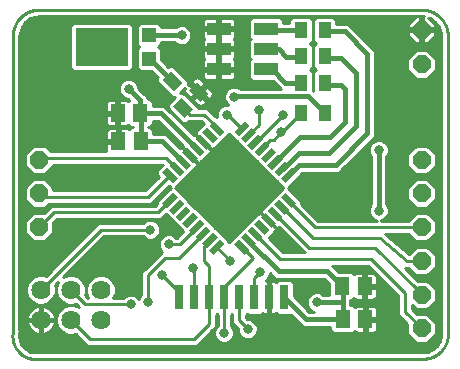
<source format=gtl>
G75*
%MOIN*%
%OFA0B0*%
%FSLAX25Y25*%
%IPPOS*%
%LPD*%
%AMOC8*
5,1,8,0,0,1.08239X$1,22.5*
%
%ADD10C,0.01000*%
%ADD11R,0.03937X0.05512*%
%ADD12R,0.05118X0.05906*%
%ADD13R,0.05000X0.02200*%
%ADD14R,0.02200X0.05000*%
%ADD15C,0.06400*%
%ADD16R,0.07874X0.04331*%
%ADD17R,0.02992X0.08071*%
%ADD18R,0.04331X0.05512*%
%ADD19R,0.04724X0.04724*%
%ADD20R,0.17717X0.12598*%
%ADD21OC8,0.06000*%
%ADD22C,0.03200*%
%ADD23C,0.01600*%
D10*
X0007860Y0046945D02*
X0139110Y0046945D01*
X0138976Y0049144D02*
X0008107Y0049144D01*
X0007403Y0049323D01*
X0005892Y0050117D01*
X0004701Y0051340D01*
X0003946Y0052870D01*
X0003700Y0054559D01*
X0003721Y0054783D01*
X0003810Y0054872D01*
X0003810Y0055596D01*
X0003933Y0056309D01*
X0003810Y0056482D01*
X0003810Y0154533D01*
X0003891Y0155558D01*
X0004524Y0157507D01*
X0005729Y0159165D01*
X0007387Y0160369D01*
X0009336Y0161002D01*
X0010360Y0161083D01*
X0137860Y0161083D01*
X0138597Y0161025D01*
X0138360Y0161025D01*
X0138360Y0157025D01*
X0137360Y0157025D01*
X0137360Y0156025D01*
X0133360Y0156025D01*
X0133360Y0154661D01*
X0135996Y0152025D01*
X0137360Y0152025D01*
X0137360Y0156025D01*
X0138360Y0156025D01*
X0138360Y0152025D01*
X0139724Y0152025D01*
X0142360Y0154661D01*
X0142360Y0156025D01*
X0138360Y0156025D01*
X0138360Y0157025D01*
X0142360Y0157025D01*
X0142360Y0158389D01*
X0140162Y0160588D01*
X0140834Y0160369D01*
X0142492Y0159165D01*
X0143696Y0157507D01*
X0144330Y0155558D01*
X0144410Y0154533D01*
X0144410Y0056591D01*
X0144343Y0056512D01*
X0144410Y0055693D01*
X0144410Y0054872D01*
X0144420Y0054862D01*
X0144421Y0054662D01*
X0143988Y0052837D01*
X0143013Y0051234D01*
X0141591Y0050011D01*
X0139859Y0049287D01*
X0138976Y0049144D01*
X0141679Y0050087D02*
X0005951Y0050087D01*
X0004949Y0051085D02*
X0142840Y0051085D01*
X0143530Y0052084D02*
X0063733Y0052084D01*
X0062928Y0051278D02*
X0067994Y0056345D01*
X0069283Y0057634D01*
X0069283Y0061656D01*
X0069283Y0061656D01*
X0069583Y0061956D01*
X0069883Y0061656D01*
X0069883Y0058008D01*
X0069228Y0057354D01*
X0068726Y0056141D01*
X0068726Y0054828D01*
X0069228Y0053615D01*
X0070156Y0052687D01*
X0071369Y0052184D01*
X0072682Y0052184D01*
X0073895Y0052687D01*
X0074823Y0053615D01*
X0075326Y0054828D01*
X0075326Y0056141D01*
X0074823Y0057354D01*
X0074283Y0057894D01*
X0074283Y0061656D01*
X0074283Y0061656D01*
X0074583Y0061956D01*
X0074809Y0061731D01*
X0074809Y0058795D01*
X0076580Y0057023D01*
X0076580Y0056094D01*
X0077082Y0054881D01*
X0078011Y0053953D01*
X0079224Y0053451D01*
X0080536Y0053451D01*
X0081749Y0053953D01*
X0082678Y0054881D01*
X0083180Y0056094D01*
X0083180Y0057407D01*
X0082678Y0058620D01*
X0081749Y0059548D01*
X0080536Y0060051D01*
X0079775Y0060051D01*
X0079209Y0060617D01*
X0079209Y0061656D01*
X0079283Y0061656D01*
X0079583Y0061956D01*
X0079883Y0061656D01*
X0084283Y0061656D01*
X0084740Y0062113D01*
X0085008Y0061959D01*
X0085390Y0061856D01*
X0086835Y0061856D01*
X0086835Y0067144D01*
X0087331Y0067144D01*
X0087331Y0061856D01*
X0088777Y0061856D01*
X0089158Y0061959D01*
X0089426Y0062113D01*
X0089883Y0061656D01*
X0094283Y0061656D01*
X0097283Y0058657D01*
X0097986Y0057953D01*
X0098905Y0057573D01*
X0107354Y0057573D01*
X0107354Y0056416D01*
X0108350Y0055420D01*
X0114876Y0055420D01*
X0115495Y0056038D01*
X0115613Y0055920D01*
X0115956Y0055722D01*
X0116337Y0055620D01*
X0118594Y0055620D01*
X0118594Y0059573D01*
X0119594Y0059573D01*
X0119594Y0060573D01*
X0123153Y0060573D01*
X0123153Y0063223D01*
X0123050Y0063605D01*
X0122853Y0063947D01*
X0122574Y0064226D01*
X0122232Y0064423D01*
X0121850Y0064526D01*
X0119594Y0064526D01*
X0119594Y0060573D01*
X0118594Y0060573D01*
X0118594Y0064526D01*
X0116337Y0064526D01*
X0115956Y0064423D01*
X0115613Y0064226D01*
X0115495Y0064107D01*
X0114876Y0064726D01*
X0114113Y0064726D01*
X0114113Y0066412D01*
X0114688Y0066412D01*
X0115306Y0067031D01*
X0115425Y0066912D01*
X0115767Y0066714D01*
X0116149Y0066612D01*
X0118405Y0066612D01*
X0118405Y0070565D01*
X0119405Y0070565D01*
X0119405Y0066612D01*
X0121662Y0066612D01*
X0122043Y0066714D01*
X0122385Y0066912D01*
X0122665Y0067191D01*
X0122862Y0067533D01*
X0122964Y0067915D01*
X0122964Y0070565D01*
X0119405Y0070565D01*
X0119405Y0071565D01*
X0118405Y0071565D01*
X0118405Y0075518D01*
X0116149Y0075518D01*
X0115767Y0075416D01*
X0115425Y0075218D01*
X0115306Y0075099D01*
X0114688Y0075718D01*
X0110308Y0075718D01*
X0108588Y0077438D01*
X0108078Y0077948D01*
X0120084Y0077948D01*
X0130173Y0067859D01*
X0130173Y0061609D01*
X0133160Y0058622D01*
X0133160Y0055086D01*
X0135913Y0052333D01*
X0139807Y0052333D01*
X0142560Y0055086D01*
X0142560Y0058980D01*
X0139807Y0061733D01*
X0136271Y0061733D01*
X0134573Y0063432D01*
X0134573Y0064924D01*
X0135913Y0063583D01*
X0139807Y0063583D01*
X0142560Y0066336D01*
X0142560Y0070230D01*
X0139807Y0072983D01*
X0136602Y0072983D01*
X0132302Y0077284D01*
X0132945Y0077333D01*
X0133413Y0077333D01*
X0135913Y0074833D01*
X0139807Y0074833D01*
X0142560Y0077586D01*
X0142560Y0081480D01*
X0139807Y0084233D01*
X0135913Y0084233D01*
X0133534Y0081853D01*
X0125682Y0088583D01*
X0133413Y0088583D01*
X0135913Y0086083D01*
X0139807Y0086083D01*
X0142560Y0088836D01*
X0142560Y0092730D01*
X0139807Y0095483D01*
X0135913Y0095483D01*
X0133413Y0092983D01*
X0124325Y0092983D01*
X0125493Y0093467D01*
X0126421Y0094395D01*
X0126923Y0095608D01*
X0126923Y0096921D01*
X0126421Y0098134D01*
X0126123Y0098431D01*
X0126123Y0114342D01*
X0126421Y0114639D01*
X0126923Y0115852D01*
X0126923Y0117165D01*
X0126421Y0118378D01*
X0125493Y0119306D01*
X0124280Y0119809D01*
X0122967Y0119809D01*
X0121754Y0119306D01*
X0120826Y0118378D01*
X0120323Y0117165D01*
X0120323Y0115852D01*
X0120826Y0114639D01*
X0121123Y0114342D01*
X0121123Y0098431D01*
X0120826Y0098134D01*
X0120323Y0096921D01*
X0120323Y0095608D01*
X0120826Y0094395D01*
X0121754Y0093467D01*
X0122922Y0092983D01*
X0103361Y0092983D01*
X0097751Y0098594D01*
X0097751Y0099442D01*
X0093310Y0103883D01*
X0097751Y0108324D01*
X0097751Y0108803D01*
X0097880Y0108932D01*
X0109700Y0108932D01*
X0110618Y0109313D01*
X0111322Y0110016D01*
X0121946Y0120640D01*
X0122326Y0121559D01*
X0122326Y0149029D01*
X0121946Y0149948D01*
X0121242Y0150651D01*
X0113756Y0158138D01*
X0112837Y0158518D01*
X0109438Y0158518D01*
X0109438Y0159893D01*
X0108442Y0160888D01*
X0102703Y0160888D01*
X0101707Y0159893D01*
X0101707Y0152972D01*
X0102622Y0152058D01*
X0101707Y0151143D01*
X0101707Y0144222D01*
X0102622Y0143308D01*
X0101707Y0142393D01*
X0101707Y0136179D01*
X0101564Y0136322D01*
X0101564Y0142393D01*
X0100649Y0143308D01*
X0101564Y0144222D01*
X0101564Y0151143D01*
X0100649Y0152058D01*
X0101564Y0152972D01*
X0101564Y0159893D01*
X0100568Y0160888D01*
X0094829Y0160888D01*
X0093833Y0159893D01*
X0093833Y0158933D01*
X0091721Y0158933D01*
X0091721Y0159745D01*
X0090725Y0160741D01*
X0081443Y0160741D01*
X0080447Y0159745D01*
X0080447Y0154006D01*
X0080924Y0153530D01*
X0080447Y0153053D01*
X0080447Y0147314D01*
X0080924Y0146837D01*
X0080447Y0146360D01*
X0080447Y0140621D01*
X0081443Y0139625D01*
X0088282Y0139625D01*
X0090373Y0137534D01*
X0091011Y0136895D01*
X0077405Y0136895D01*
X0077220Y0137080D01*
X0076007Y0137583D01*
X0074694Y0137583D01*
X0073481Y0137080D01*
X0072553Y0136152D01*
X0072050Y0134939D01*
X0072050Y0133626D01*
X0072553Y0132413D01*
X0073383Y0131583D01*
X0072204Y0131583D01*
X0070991Y0131081D01*
X0070063Y0130152D01*
X0069560Y0128939D01*
X0069560Y0127633D01*
X0069319Y0127874D01*
X0068881Y0127874D01*
X0066271Y0130483D01*
X0063362Y0130483D01*
X0063362Y0130753D01*
X0058469Y0135646D01*
X0057415Y0135646D01*
X0058973Y0137204D01*
X0058872Y0137031D01*
X0058770Y0136649D01*
X0058770Y0136254D01*
X0058872Y0135873D01*
X0059070Y0135531D01*
X0060816Y0133785D01*
X0062926Y0135895D01*
X0063611Y0135210D01*
X0064296Y0135895D01*
X0066963Y0133228D01*
X0068152Y0134417D01*
X0068349Y0134759D01*
X0068452Y0135141D01*
X0068452Y0135536D01*
X0068349Y0135917D01*
X0068152Y0136259D01*
X0066406Y0138005D01*
X0064296Y0135895D01*
X0063611Y0136580D01*
X0065721Y0138690D01*
X0063975Y0140436D01*
X0063633Y0140634D01*
X0063252Y0140736D01*
X0062857Y0140736D01*
X0062475Y0140634D01*
X0062133Y0140436D01*
X0060944Y0139247D01*
X0063611Y0136580D01*
X0062926Y0135895D01*
X0060259Y0138562D01*
X0059882Y0138185D01*
X0059882Y0139522D01*
X0054989Y0144416D01*
X0053581Y0144416D01*
X0053459Y0144294D01*
X0051047Y0146705D01*
X0051047Y0150056D01*
X0050177Y0150926D01*
X0051047Y0151797D01*
X0051047Y0152363D01*
X0055613Y0152363D01*
X0055991Y0151985D01*
X0057204Y0151483D01*
X0058517Y0151483D01*
X0059730Y0151985D01*
X0060658Y0152914D01*
X0061160Y0154127D01*
X0061160Y0155439D01*
X0060658Y0156652D01*
X0059730Y0157581D01*
X0058517Y0158083D01*
X0057204Y0158083D01*
X0055991Y0157581D01*
X0055774Y0157363D01*
X0051047Y0157363D01*
X0051047Y0157930D01*
X0050052Y0158925D01*
X0043919Y0158925D01*
X0042923Y0157930D01*
X0042923Y0151797D01*
X0043794Y0150926D01*
X0042923Y0150056D01*
X0042923Y0143923D01*
X0043919Y0142927D01*
X0047754Y0142927D01*
X0049923Y0140758D01*
X0049801Y0140636D01*
X0049801Y0139228D01*
X0054694Y0134334D01*
X0055748Y0134334D01*
X0053281Y0131867D01*
X0053281Y0130458D01*
X0058174Y0125565D01*
X0059582Y0125565D01*
X0060100Y0126083D01*
X0064449Y0126083D01*
X0065285Y0125247D01*
X0063132Y0123095D01*
X0063132Y0122812D01*
X0062358Y0122038D01*
X0065151Y0119245D01*
X0065080Y0119174D01*
X0062287Y0121967D01*
X0061863Y0121543D01*
X0053159Y0130247D01*
X0052455Y0130950D01*
X0051537Y0131331D01*
X0048330Y0131331D01*
X0048330Y0132488D01*
X0047334Y0133484D01*
X0046571Y0133484D01*
X0046571Y0133541D01*
X0046191Y0134460D01*
X0045487Y0135163D01*
X0043498Y0137152D01*
X0043498Y0137573D01*
X0042996Y0138786D01*
X0042068Y0139714D01*
X0040855Y0140217D01*
X0039542Y0140217D01*
X0038329Y0139714D01*
X0037401Y0138786D01*
X0036898Y0137573D01*
X0036898Y0136260D01*
X0037401Y0135048D01*
X0038329Y0134119D01*
X0039542Y0133617D01*
X0039963Y0133617D01*
X0040452Y0133128D01*
X0040190Y0132865D01*
X0040071Y0132984D01*
X0039729Y0133182D01*
X0039347Y0133284D01*
X0037091Y0133284D01*
X0037091Y0129331D01*
X0036091Y0129331D01*
X0036091Y0133284D01*
X0033834Y0133284D01*
X0033453Y0133182D01*
X0033111Y0132984D01*
X0032832Y0132705D01*
X0032634Y0132363D01*
X0032532Y0131981D01*
X0032532Y0129331D01*
X0036091Y0129331D01*
X0036091Y0128331D01*
X0037091Y0128331D01*
X0037091Y0124378D01*
X0039347Y0124378D01*
X0039729Y0124481D01*
X0040071Y0124678D01*
X0040190Y0124797D01*
X0040808Y0124178D01*
X0041726Y0124178D01*
X0041726Y0124114D01*
X0040963Y0124114D01*
X0040345Y0123496D01*
X0040226Y0123614D01*
X0039884Y0123812D01*
X0039502Y0123914D01*
X0037246Y0123914D01*
X0037246Y0119961D01*
X0036246Y0119961D01*
X0036246Y0118961D01*
X0032687Y0118961D01*
X0032687Y0116311D01*
X0032762Y0116029D01*
X0014261Y0116029D01*
X0012307Y0117983D01*
X0008413Y0117983D01*
X0005660Y0115230D01*
X0005660Y0111336D01*
X0008413Y0108583D01*
X0012307Y0108583D01*
X0015060Y0111336D01*
X0015060Y0111629D01*
X0051667Y0111629D01*
X0049770Y0109732D01*
X0049770Y0108324D01*
X0050436Y0107658D01*
X0045792Y0103014D01*
X0015060Y0103014D01*
X0015060Y0103980D01*
X0012307Y0106733D01*
X0008413Y0106733D01*
X0005660Y0103980D01*
X0005660Y0100086D01*
X0008413Y0097333D01*
X0012307Y0097333D01*
X0013588Y0098614D01*
X0047614Y0098614D01*
X0053547Y0104546D01*
X0054211Y0103883D01*
X0049770Y0099442D01*
X0049770Y0098594D01*
X0049159Y0097983D01*
X0014449Y0097983D01*
X0011949Y0095483D01*
X0008413Y0095483D01*
X0005660Y0092730D01*
X0005660Y0088836D01*
X0008413Y0086083D01*
X0012307Y0086083D01*
X0015060Y0088836D01*
X0015060Y0092372D01*
X0016271Y0093583D01*
X0050982Y0093583D01*
X0052270Y0094872D01*
X0052601Y0095202D01*
X0054224Y0093580D01*
X0056451Y0091352D01*
X0058398Y0089405D01*
X0056306Y0087313D01*
X0055996Y0087313D01*
X0055399Y0087910D01*
X0054186Y0088413D01*
X0052873Y0088413D01*
X0051660Y0087910D01*
X0050732Y0086982D01*
X0050229Y0085769D01*
X0050229Y0084456D01*
X0050732Y0083244D01*
X0051403Y0082572D01*
X0051292Y0082572D01*
X0050003Y0081283D01*
X0045699Y0076979D01*
X0044410Y0075690D01*
X0044410Y0068257D01*
X0043892Y0067739D01*
X0043576Y0066977D01*
X0042731Y0067823D01*
X0041518Y0068325D01*
X0040206Y0068325D01*
X0038993Y0067823D01*
X0038395Y0067225D01*
X0035163Y0067225D01*
X0035860Y0068908D01*
X0035860Y0070858D01*
X0035114Y0072659D01*
X0033736Y0074037D01*
X0031935Y0074783D01*
X0029986Y0074783D01*
X0028185Y0074037D01*
X0026806Y0072659D01*
X0026060Y0070858D01*
X0026060Y0068908D01*
X0026758Y0067225D01*
X0026730Y0067225D01*
X0025622Y0068333D01*
X0025860Y0068908D01*
X0025860Y0070858D01*
X0025114Y0072659D01*
X0023736Y0074037D01*
X0021935Y0074783D01*
X0019986Y0074783D01*
X0018254Y0074066D01*
X0031935Y0087746D01*
X0045010Y0087746D01*
X0045607Y0087149D01*
X0046820Y0086646D01*
X0048133Y0086646D01*
X0049346Y0087149D01*
X0050274Y0088077D01*
X0050776Y0089290D01*
X0050776Y0090603D01*
X0050274Y0091816D01*
X0049346Y0092744D01*
X0048133Y0093246D01*
X0046820Y0093246D01*
X0045607Y0092744D01*
X0045010Y0092146D01*
X0030112Y0092146D01*
X0028823Y0090858D01*
X0012511Y0074545D01*
X0011935Y0074783D01*
X0009986Y0074783D01*
X0008185Y0074037D01*
X0006806Y0072659D01*
X0006060Y0070858D01*
X0006060Y0068908D01*
X0006806Y0067107D01*
X0008185Y0065729D01*
X0009986Y0064983D01*
X0011935Y0064983D01*
X0013736Y0065729D01*
X0015114Y0067107D01*
X0015860Y0068908D01*
X0015860Y0070858D01*
X0015622Y0071433D01*
X0016777Y0072589D01*
X0016060Y0070858D01*
X0016060Y0068908D01*
X0016806Y0067107D01*
X0018185Y0065729D01*
X0019986Y0064983D01*
X0021935Y0064983D01*
X0022511Y0065222D01*
X0023618Y0064114D01*
X0023666Y0064066D01*
X0021935Y0064783D01*
X0019986Y0064783D01*
X0018185Y0064037D01*
X0016806Y0062659D01*
X0016060Y0060858D01*
X0016060Y0058908D01*
X0016806Y0057107D01*
X0018185Y0055729D01*
X0019986Y0054983D01*
X0021935Y0054983D01*
X0022511Y0055222D01*
X0025165Y0052567D01*
X0026454Y0051278D01*
X0062928Y0051278D01*
X0062017Y0053478D02*
X0067083Y0058545D01*
X0067083Y0067392D01*
X0067083Y0077810D01*
X0065360Y0079533D01*
X0065360Y0084348D01*
X0067378Y0086365D01*
X0069605Y0084138D02*
X0074110Y0079633D01*
X0074110Y0079533D01*
X0077915Y0084138D02*
X0081599Y0080454D01*
X0081599Y0080413D01*
X0072083Y0070897D01*
X0072083Y0067392D01*
X0072083Y0055542D01*
X0072026Y0055484D01*
X0074291Y0053082D02*
X0135164Y0053082D01*
X0134166Y0054081D02*
X0081877Y0054081D01*
X0082760Y0055079D02*
X0133167Y0055079D01*
X0133160Y0056078D02*
X0122731Y0056078D01*
X0122853Y0056199D02*
X0123050Y0056541D01*
X0123153Y0056923D01*
X0123153Y0059573D01*
X0119594Y0059573D01*
X0119594Y0055620D01*
X0121850Y0055620D01*
X0122232Y0055722D01*
X0122574Y0055920D01*
X0122853Y0056199D01*
X0123153Y0057076D02*
X0133160Y0057076D01*
X0133160Y0058075D02*
X0123153Y0058075D01*
X0123153Y0059073D02*
X0132709Y0059073D01*
X0131710Y0060072D02*
X0119594Y0060072D01*
X0119594Y0061070D02*
X0118594Y0061070D01*
X0118594Y0062069D02*
X0119594Y0062069D01*
X0119594Y0063067D02*
X0118594Y0063067D01*
X0118594Y0064066D02*
X0119594Y0064066D01*
X0119405Y0067061D02*
X0118405Y0067061D01*
X0118405Y0068060D02*
X0119405Y0068060D01*
X0119405Y0069058D02*
X0118405Y0069058D01*
X0118405Y0070057D02*
X0119405Y0070057D01*
X0119405Y0071055D02*
X0126977Y0071055D01*
X0127975Y0070057D02*
X0122964Y0070057D01*
X0122964Y0069058D02*
X0128974Y0069058D01*
X0129972Y0068060D02*
X0122964Y0068060D01*
X0122535Y0067061D02*
X0130173Y0067061D01*
X0130173Y0066063D02*
X0114113Y0066063D01*
X0114113Y0065064D02*
X0130173Y0065064D01*
X0130173Y0064066D02*
X0122734Y0064066D01*
X0123153Y0063067D02*
X0130173Y0063067D01*
X0130173Y0062069D02*
X0123153Y0062069D01*
X0123153Y0061070D02*
X0130712Y0061070D01*
X0132373Y0062520D02*
X0137860Y0057033D01*
X0146611Y0055783D02*
X0146624Y0055586D01*
X0146633Y0055388D01*
X0146638Y0055190D01*
X0146637Y0054992D01*
X0146632Y0054794D01*
X0146622Y0054596D01*
X0146607Y0054398D01*
X0146587Y0054201D01*
X0146563Y0054005D01*
X0146533Y0053809D01*
X0146500Y0053614D01*
X0146461Y0053419D01*
X0146418Y0053226D01*
X0146370Y0053034D01*
X0146317Y0052843D01*
X0146260Y0052653D01*
X0146198Y0052465D01*
X0146132Y0052278D01*
X0146061Y0052093D01*
X0145986Y0051910D01*
X0145906Y0051729D01*
X0145822Y0051549D01*
X0145734Y0051372D01*
X0145641Y0051197D01*
X0145545Y0051024D01*
X0145444Y0050853D01*
X0145339Y0050686D01*
X0145230Y0050520D01*
X0145117Y0050357D01*
X0145000Y0050198D01*
X0144879Y0050040D01*
X0144755Y0049886D01*
X0144627Y0049735D01*
X0144495Y0049587D01*
X0144359Y0049443D01*
X0144221Y0049301D01*
X0144079Y0049163D01*
X0143933Y0049029D01*
X0143784Y0048898D01*
X0143633Y0048771D01*
X0143478Y0048647D01*
X0143320Y0048527D01*
X0143160Y0048411D01*
X0142996Y0048299D01*
X0142830Y0048191D01*
X0142662Y0048087D01*
X0142491Y0047987D01*
X0142317Y0047891D01*
X0142142Y0047800D01*
X0141964Y0047713D01*
X0141784Y0047630D01*
X0141602Y0047551D01*
X0141418Y0047477D01*
X0141233Y0047407D01*
X0141046Y0047342D01*
X0140857Y0047281D01*
X0140667Y0047225D01*
X0140476Y0047174D01*
X0140284Y0047127D01*
X0140090Y0047085D01*
X0139896Y0047047D01*
X0139700Y0047014D01*
X0139504Y0046986D01*
X0139308Y0046963D01*
X0139110Y0046944D01*
X0140556Y0053082D02*
X0144047Y0053082D01*
X0144283Y0054081D02*
X0141555Y0054081D01*
X0142553Y0055079D02*
X0144410Y0055079D01*
X0144379Y0056078D02*
X0142560Y0056078D01*
X0142560Y0057076D02*
X0144410Y0057076D01*
X0144410Y0058075D02*
X0142560Y0058075D01*
X0142467Y0059073D02*
X0144410Y0059073D01*
X0144410Y0060072D02*
X0141468Y0060072D01*
X0140470Y0061070D02*
X0144410Y0061070D01*
X0144410Y0062069D02*
X0135936Y0062069D01*
X0134937Y0063067D02*
X0144410Y0063067D01*
X0144410Y0064066D02*
X0140290Y0064066D01*
X0141288Y0065064D02*
X0144410Y0065064D01*
X0144410Y0066063D02*
X0142287Y0066063D01*
X0142560Y0067061D02*
X0144410Y0067061D01*
X0144410Y0068060D02*
X0142560Y0068060D01*
X0142560Y0069058D02*
X0144410Y0069058D01*
X0144410Y0070057D02*
X0142560Y0070057D01*
X0141735Y0071055D02*
X0144410Y0071055D01*
X0144410Y0072054D02*
X0140736Y0072054D01*
X0140023Y0075049D02*
X0144410Y0075049D01*
X0144410Y0074051D02*
X0135534Y0074051D01*
X0135697Y0075049D02*
X0134536Y0075049D01*
X0134699Y0076048D02*
X0133537Y0076048D01*
X0133700Y0077046D02*
X0132539Y0077046D01*
X0132860Y0079533D02*
X0137860Y0079533D01*
X0141022Y0076048D02*
X0144410Y0076048D01*
X0144410Y0077046D02*
X0142020Y0077046D01*
X0142560Y0078045D02*
X0144410Y0078045D01*
X0144410Y0079043D02*
X0142560Y0079043D01*
X0142560Y0080042D02*
X0144410Y0080042D01*
X0144410Y0081040D02*
X0142560Y0081040D01*
X0142001Y0082039D02*
X0144410Y0082039D01*
X0144410Y0083037D02*
X0141003Y0083037D01*
X0140004Y0084036D02*
X0144410Y0084036D01*
X0144410Y0085034D02*
X0129822Y0085034D01*
X0128657Y0086033D02*
X0144410Y0086033D01*
X0144410Y0087031D02*
X0140755Y0087031D01*
X0141754Y0088030D02*
X0144410Y0088030D01*
X0144410Y0089029D02*
X0142560Y0089029D01*
X0142560Y0090027D02*
X0144410Y0090027D01*
X0144410Y0091026D02*
X0142560Y0091026D01*
X0142560Y0092024D02*
X0144410Y0092024D01*
X0144410Y0093023D02*
X0142268Y0093023D01*
X0141269Y0094021D02*
X0144410Y0094021D01*
X0144410Y0095020D02*
X0140270Y0095020D01*
X0139807Y0097333D02*
X0142560Y0100086D01*
X0142560Y0103980D01*
X0139807Y0106733D01*
X0135913Y0106733D01*
X0133160Y0103980D01*
X0133160Y0100086D01*
X0135913Y0097333D01*
X0139807Y0097333D01*
X0140489Y0098015D02*
X0144410Y0098015D01*
X0144410Y0097017D02*
X0126884Y0097017D01*
X0126923Y0096018D02*
X0144410Y0096018D01*
X0144410Y0099014D02*
X0141488Y0099014D01*
X0142486Y0100012D02*
X0144410Y0100012D01*
X0144410Y0101011D02*
X0142560Y0101011D01*
X0142560Y0102009D02*
X0144410Y0102009D01*
X0144410Y0103008D02*
X0142560Y0103008D01*
X0142534Y0104006D02*
X0144410Y0104006D01*
X0144410Y0105005D02*
X0141535Y0105005D01*
X0140537Y0106003D02*
X0144410Y0106003D01*
X0144410Y0107002D02*
X0126123Y0107002D01*
X0126123Y0108000D02*
X0144410Y0108000D01*
X0144410Y0108999D02*
X0140223Y0108999D01*
X0139807Y0108583D02*
X0142560Y0111336D01*
X0142560Y0115230D01*
X0139807Y0117983D01*
X0135913Y0117983D01*
X0133160Y0115230D01*
X0133160Y0111336D01*
X0135913Y0108583D01*
X0139807Y0108583D01*
X0141221Y0109997D02*
X0144410Y0109997D01*
X0144410Y0110996D02*
X0142220Y0110996D01*
X0142560Y0111994D02*
X0144410Y0111994D01*
X0144410Y0112993D02*
X0142560Y0112993D01*
X0142560Y0113991D02*
X0144410Y0113991D01*
X0144410Y0114990D02*
X0142560Y0114990D01*
X0141802Y0115988D02*
X0144410Y0115988D01*
X0144410Y0116987D02*
X0140803Y0116987D01*
X0144410Y0117985D02*
X0126584Y0117985D01*
X0126923Y0116987D02*
X0134917Y0116987D01*
X0133919Y0115988D02*
X0126923Y0115988D01*
X0126566Y0114990D02*
X0133160Y0114990D01*
X0133160Y0113991D02*
X0126123Y0113991D01*
X0126123Y0112993D02*
X0133160Y0112993D01*
X0133160Y0111994D02*
X0126123Y0111994D01*
X0126123Y0110996D02*
X0133501Y0110996D01*
X0134499Y0109997D02*
X0126123Y0109997D01*
X0126123Y0108999D02*
X0135498Y0108999D01*
X0135184Y0106003D02*
X0126123Y0106003D01*
X0126123Y0105005D02*
X0134185Y0105005D01*
X0133187Y0104006D02*
X0126123Y0104006D01*
X0126123Y0103008D02*
X0133160Y0103008D01*
X0133160Y0102009D02*
X0126123Y0102009D01*
X0126123Y0101011D02*
X0133160Y0101011D01*
X0133234Y0100012D02*
X0126123Y0100012D01*
X0126123Y0099014D02*
X0134233Y0099014D01*
X0135231Y0098015D02*
X0126470Y0098015D01*
X0126680Y0095020D02*
X0135450Y0095020D01*
X0134451Y0094021D02*
X0126047Y0094021D01*
X0124420Y0093023D02*
X0133453Y0093023D01*
X0137860Y0090783D02*
X0102450Y0090783D01*
X0093505Y0099728D01*
X0095184Y0102009D02*
X0121123Y0102009D01*
X0121123Y0101011D02*
X0096182Y0101011D01*
X0097181Y0100012D02*
X0121123Y0100012D01*
X0121123Y0099014D02*
X0097751Y0099014D01*
X0098329Y0098015D02*
X0120777Y0098015D01*
X0120363Y0097017D02*
X0099328Y0097017D01*
X0100326Y0096018D02*
X0120323Y0096018D01*
X0120567Y0095020D02*
X0101325Y0095020D01*
X0102323Y0094021D02*
X0121200Y0094021D01*
X0122826Y0093023D02*
X0103322Y0093023D01*
X0101746Y0087033D02*
X0124110Y0087033D01*
X0132860Y0079533D01*
X0133317Y0082039D02*
X0133719Y0082039D01*
X0134718Y0083037D02*
X0132152Y0083037D01*
X0130987Y0084036D02*
X0135716Y0084036D01*
X0134965Y0087031D02*
X0127493Y0087031D01*
X0126328Y0088030D02*
X0133966Y0088030D01*
X0122483Y0083991D02*
X0136264Y0070210D01*
X0137860Y0068283D01*
X0135431Y0064066D02*
X0134573Y0064066D01*
X0132373Y0062520D02*
X0132373Y0068770D01*
X0120996Y0080148D01*
X0090814Y0080148D01*
X0082370Y0088592D01*
X0080143Y0086365D02*
X0080143Y0086096D01*
X0076866Y0089029D02*
X0070654Y0089029D01*
X0071299Y0088384D02*
X0069072Y0090611D01*
X0066845Y0092838D01*
X0064618Y0095065D01*
X0062391Y0097292D01*
X0060164Y0099519D01*
X0057936Y0101746D01*
X0055800Y0103883D01*
X0058261Y0106344D01*
X0060488Y0108571D01*
X0062715Y0110798D01*
X0062715Y0111081D01*
X0063490Y0111856D01*
X0060697Y0114649D01*
X0060767Y0114720D01*
X0063560Y0111927D01*
X0064335Y0112701D01*
X0064618Y0112701D01*
X0067169Y0115253D01*
X0067169Y0115535D01*
X0067944Y0116310D01*
X0065151Y0119103D01*
X0065222Y0119174D01*
X0068015Y0116381D01*
X0068789Y0117155D01*
X0069072Y0117155D01*
X0071623Y0119707D01*
X0073760Y0121844D01*
X0076221Y0119382D01*
X0078124Y0117480D01*
X0078124Y0117480D01*
X0080676Y0114928D01*
X0082903Y0112701D01*
X0085130Y0110474D01*
X0087357Y0108247D01*
X0089584Y0106020D01*
X0091721Y0103883D01*
X0089260Y0101422D01*
X0087033Y0099195D01*
X0084805Y0096968D01*
X0084805Y0096685D01*
X0084031Y0095910D01*
X0086824Y0093117D01*
X0086753Y0093047D01*
X0083960Y0095840D01*
X0083185Y0095065D01*
X0082903Y0095065D01*
X0080351Y0092514D01*
X0078124Y0090286D01*
X0075897Y0088059D01*
X0073760Y0085923D01*
X0071299Y0088384D01*
X0071653Y0088030D02*
X0075868Y0088030D01*
X0074869Y0087031D02*
X0072651Y0087031D01*
X0073650Y0086033D02*
X0073871Y0086033D01*
X0069605Y0084138D02*
X0069460Y0083993D01*
X0065151Y0088592D02*
X0056930Y0080372D01*
X0052203Y0080372D01*
X0046610Y0074779D01*
X0046610Y0065948D01*
X0046689Y0065869D01*
X0043611Y0067061D02*
X0043493Y0067061D01*
X0044213Y0068060D02*
X0042159Y0068060D01*
X0044410Y0069058D02*
X0035860Y0069058D01*
X0035860Y0070057D02*
X0044410Y0070057D01*
X0044410Y0071055D02*
X0035778Y0071055D01*
X0035365Y0072054D02*
X0044410Y0072054D01*
X0044410Y0073052D02*
X0034721Y0073052D01*
X0033703Y0074051D02*
X0044410Y0074051D01*
X0044410Y0075049D02*
X0019238Y0075049D01*
X0020236Y0076048D02*
X0044768Y0076048D01*
X0045699Y0076979D02*
X0045699Y0076979D01*
X0045767Y0077046D02*
X0021235Y0077046D01*
X0022233Y0078045D02*
X0046765Y0078045D01*
X0047764Y0079043D02*
X0023232Y0079043D01*
X0024230Y0080042D02*
X0048762Y0080042D01*
X0049761Y0081040D02*
X0025229Y0081040D01*
X0026227Y0082039D02*
X0050759Y0082039D01*
X0050938Y0083037D02*
X0027226Y0083037D01*
X0028224Y0084036D02*
X0050404Y0084036D01*
X0050229Y0085034D02*
X0029223Y0085034D01*
X0030221Y0086033D02*
X0050339Y0086033D01*
X0050781Y0087031D02*
X0049063Y0087031D01*
X0050227Y0088030D02*
X0051949Y0088030D01*
X0050668Y0089029D02*
X0058022Y0089029D01*
X0057776Y0090027D02*
X0050776Y0090027D01*
X0050601Y0091026D02*
X0056778Y0091026D01*
X0055779Y0092024D02*
X0050066Y0092024D01*
X0048673Y0093023D02*
X0054781Y0093023D01*
X0053782Y0094021D02*
X0051420Y0094021D01*
X0052418Y0095020D02*
X0052784Y0095020D01*
X0050070Y0095783D02*
X0015360Y0095783D01*
X0010360Y0090783D01*
X0006951Y0094021D02*
X0003810Y0094021D01*
X0003810Y0093023D02*
X0005953Y0093023D01*
X0005660Y0092024D02*
X0003810Y0092024D01*
X0003810Y0091026D02*
X0005660Y0091026D01*
X0005660Y0090027D02*
X0003810Y0090027D01*
X0003810Y0089029D02*
X0005660Y0089029D01*
X0006466Y0088030D02*
X0003810Y0088030D01*
X0003810Y0087031D02*
X0007465Y0087031D01*
X0003810Y0086033D02*
X0023999Y0086033D01*
X0024997Y0087031D02*
X0013255Y0087031D01*
X0014254Y0088030D02*
X0025996Y0088030D01*
X0026994Y0089029D02*
X0015060Y0089029D01*
X0015060Y0090027D02*
X0027993Y0090027D01*
X0028991Y0091026D02*
X0015060Y0091026D01*
X0015060Y0092024D02*
X0029990Y0092024D01*
X0031023Y0089946D02*
X0047476Y0089946D01*
X0046280Y0093023D02*
X0015711Y0093023D01*
X0012484Y0096018D02*
X0003810Y0096018D01*
X0003810Y0095020D02*
X0007950Y0095020D01*
X0007731Y0098015D02*
X0003810Y0098015D01*
X0003810Y0097017D02*
X0013482Y0097017D01*
X0012989Y0098015D02*
X0049191Y0098015D01*
X0049770Y0099014D02*
X0048014Y0099014D01*
X0049013Y0100012D02*
X0050340Y0100012D01*
X0050011Y0101011D02*
X0051338Y0101011D01*
X0051010Y0102009D02*
X0052337Y0102009D01*
X0052009Y0103008D02*
X0053335Y0103008D01*
X0053007Y0104006D02*
X0054088Y0104006D01*
X0055923Y0104006D02*
X0091598Y0104006D01*
X0090845Y0103008D02*
X0056675Y0103008D01*
X0057674Y0102009D02*
X0089847Y0102009D01*
X0088848Y0101011D02*
X0058672Y0101011D01*
X0059671Y0100012D02*
X0087850Y0100012D01*
X0086851Y0099014D02*
X0060669Y0099014D01*
X0061668Y0098015D02*
X0085853Y0098015D01*
X0084854Y0097017D02*
X0062666Y0097017D01*
X0063665Y0096018D02*
X0084139Y0096018D01*
X0084780Y0095020D02*
X0084922Y0095020D01*
X0085779Y0094021D02*
X0085920Y0094021D01*
X0086895Y0093046D02*
X0089688Y0090253D01*
X0090324Y0090890D01*
X0098134Y0083080D01*
X0098866Y0082348D01*
X0091725Y0082348D01*
X0086895Y0087178D01*
X0088842Y0089125D01*
X0088842Y0089408D01*
X0089617Y0090183D01*
X0086824Y0092976D01*
X0086895Y0093046D01*
X0086871Y0093023D02*
X0086919Y0093023D01*
X0087776Y0092024D02*
X0087917Y0092024D01*
X0088774Y0091026D02*
X0088916Y0091026D01*
X0089461Y0090027D02*
X0091186Y0090027D01*
X0092185Y0089029D02*
X0088746Y0089029D01*
X0087747Y0088030D02*
X0093183Y0088030D01*
X0094182Y0087031D02*
X0087042Y0087031D01*
X0088040Y0086033D02*
X0095180Y0086033D01*
X0096179Y0085034D02*
X0089039Y0085034D01*
X0090037Y0084036D02*
X0097177Y0084036D01*
X0098176Y0083037D02*
X0091036Y0083037D01*
X0087261Y0075442D02*
X0088800Y0073902D01*
X0089719Y0073522D01*
X0105433Y0073522D01*
X0107166Y0071788D01*
X0107166Y0068283D01*
X0105027Y0068283D01*
X0104730Y0068581D01*
X0103517Y0069083D01*
X0102204Y0069083D01*
X0100991Y0068581D01*
X0100063Y0067652D01*
X0099560Y0066439D01*
X0099560Y0065127D01*
X0100063Y0063914D01*
X0100991Y0062985D01*
X0101987Y0062573D01*
X0100437Y0062573D01*
X0095279Y0067731D01*
X0095279Y0072131D01*
X0094283Y0073127D01*
X0089883Y0073127D01*
X0089426Y0072670D01*
X0089158Y0072825D01*
X0088777Y0072927D01*
X0087331Y0072927D01*
X0087331Y0067640D01*
X0086835Y0067640D01*
X0086835Y0072927D01*
X0085864Y0072927D01*
X0086758Y0073821D01*
X0087261Y0075034D01*
X0087261Y0075442D01*
X0087261Y0075049D02*
X0087653Y0075049D01*
X0086853Y0074051D02*
X0088652Y0074051D01*
X0089808Y0073052D02*
X0085989Y0073052D01*
X0086835Y0072054D02*
X0087331Y0072054D01*
X0087331Y0071055D02*
X0086835Y0071055D01*
X0086835Y0070057D02*
X0087331Y0070057D01*
X0087331Y0069058D02*
X0086835Y0069058D01*
X0086835Y0068060D02*
X0087331Y0068060D01*
X0087331Y0067061D02*
X0086835Y0067061D01*
X0086835Y0066063D02*
X0087331Y0066063D01*
X0087331Y0065064D02*
X0086835Y0065064D01*
X0086835Y0064066D02*
X0087331Y0064066D01*
X0087331Y0063067D02*
X0086835Y0063067D01*
X0086835Y0062069D02*
X0087331Y0062069D01*
X0089349Y0062069D02*
X0089470Y0062069D01*
X0084817Y0062069D02*
X0084696Y0062069D01*
X0082224Y0059073D02*
X0096866Y0059073D01*
X0097865Y0058075D02*
X0082903Y0058075D01*
X0083180Y0057076D02*
X0107354Y0057076D01*
X0107693Y0056078D02*
X0083173Y0056078D01*
X0079880Y0056751D02*
X0079880Y0056834D01*
X0077009Y0059706D01*
X0077009Y0067317D01*
X0077083Y0067392D01*
X0082083Y0067392D02*
X0082083Y0073813D01*
X0083961Y0075691D01*
X0094358Y0073052D02*
X0105902Y0073052D01*
X0106901Y0072054D02*
X0095279Y0072054D01*
X0095279Y0071055D02*
X0107166Y0071055D01*
X0107166Y0070057D02*
X0095279Y0070057D01*
X0095279Y0069058D02*
X0102144Y0069058D01*
X0103576Y0069058D02*
X0107166Y0069058D01*
X0111425Y0071065D02*
X0111613Y0070877D01*
X0109978Y0076048D02*
X0121984Y0076048D01*
X0121662Y0075518D02*
X0119405Y0075518D01*
X0119405Y0071565D01*
X0122964Y0071565D01*
X0122964Y0074215D01*
X0122862Y0074597D01*
X0122665Y0074939D01*
X0122385Y0075218D01*
X0122043Y0075416D01*
X0121662Y0075518D01*
X0122554Y0075049D02*
X0122983Y0075049D01*
X0122964Y0074051D02*
X0123981Y0074051D01*
X0124980Y0073052D02*
X0122964Y0073052D01*
X0122964Y0072054D02*
X0125978Y0072054D01*
X0120986Y0077046D02*
X0108979Y0077046D01*
X0100334Y0083991D02*
X0122483Y0083991D01*
X0119405Y0075049D02*
X0118405Y0075049D01*
X0118405Y0074051D02*
X0119405Y0074051D01*
X0119405Y0073052D02*
X0118405Y0073052D01*
X0118405Y0072054D02*
X0119405Y0072054D01*
X0111503Y0060183D02*
X0111613Y0060073D01*
X0118594Y0059073D02*
X0119594Y0059073D01*
X0119594Y0058075D02*
X0118594Y0058075D01*
X0118594Y0057076D02*
X0119594Y0057076D01*
X0119594Y0056078D02*
X0118594Y0056078D01*
X0100909Y0063067D02*
X0099943Y0063067D01*
X0100000Y0064066D02*
X0098945Y0064066D01*
X0099586Y0065064D02*
X0097946Y0065064D01*
X0096948Y0066063D02*
X0099560Y0066063D01*
X0099818Y0067061D02*
X0095949Y0067061D01*
X0095279Y0068060D02*
X0100470Y0068060D01*
X0094869Y0061070D02*
X0079209Y0061070D01*
X0079754Y0060072D02*
X0095868Y0060072D01*
X0077883Y0054081D02*
X0075016Y0054081D01*
X0075326Y0055079D02*
X0077001Y0055079D01*
X0076587Y0056078D02*
X0075326Y0056078D01*
X0074938Y0057076D02*
X0076527Y0057076D01*
X0075528Y0058075D02*
X0074283Y0058075D01*
X0074283Y0059073D02*
X0074809Y0059073D01*
X0074809Y0060072D02*
X0074283Y0060072D01*
X0074283Y0061070D02*
X0074809Y0061070D01*
X0069883Y0061070D02*
X0069283Y0061070D01*
X0069883Y0061656D02*
X0069883Y0061656D01*
X0069883Y0060072D02*
X0069283Y0060072D01*
X0069283Y0059073D02*
X0069883Y0059073D01*
X0069883Y0058075D02*
X0069283Y0058075D01*
X0069113Y0057076D02*
X0068726Y0057076D01*
X0068726Y0056078D02*
X0067727Y0056078D01*
X0066729Y0055079D02*
X0068726Y0055079D01*
X0069035Y0054081D02*
X0065730Y0054081D01*
X0064732Y0053082D02*
X0069761Y0053082D01*
X0062017Y0053478D02*
X0027365Y0053478D01*
X0020960Y0059883D01*
X0018254Y0064066D02*
X0013104Y0064066D01*
X0013424Y0063903D02*
X0012764Y0064239D01*
X0012061Y0064467D01*
X0011346Y0064581D01*
X0011346Y0060269D01*
X0010574Y0060269D01*
X0010574Y0059497D01*
X0006263Y0059497D01*
X0006376Y0058782D01*
X0006605Y0058079D01*
X0006940Y0057420D01*
X0007375Y0056821D01*
X0007898Y0056298D01*
X0008497Y0055863D01*
X0009156Y0055527D01*
X0009860Y0055299D01*
X0010574Y0055186D01*
X0010574Y0059497D01*
X0011346Y0059497D01*
X0011346Y0055186D01*
X0012061Y0055299D01*
X0012764Y0055527D01*
X0013424Y0055863D01*
X0014022Y0056298D01*
X0014545Y0056821D01*
X0014980Y0057420D01*
X0015316Y0058079D01*
X0015544Y0058782D01*
X0015658Y0059497D01*
X0011346Y0059497D01*
X0011346Y0060269D01*
X0015658Y0060269D01*
X0015544Y0060984D01*
X0015316Y0061687D01*
X0014980Y0062346D01*
X0014545Y0062945D01*
X0014022Y0063468D01*
X0013424Y0063903D01*
X0014423Y0063067D02*
X0017215Y0063067D01*
X0016562Y0062069D02*
X0015122Y0062069D01*
X0015516Y0061070D02*
X0016148Y0061070D01*
X0016060Y0060072D02*
X0011346Y0060072D01*
X0010574Y0060072D02*
X0003810Y0060072D01*
X0003810Y0061070D02*
X0006404Y0061070D01*
X0006376Y0060984D02*
X0006263Y0060269D01*
X0010574Y0060269D01*
X0010574Y0064581D01*
X0009860Y0064467D01*
X0009156Y0064239D01*
X0008497Y0063903D01*
X0007898Y0063468D01*
X0007375Y0062945D01*
X0006940Y0062346D01*
X0006605Y0061687D01*
X0006376Y0060984D01*
X0006799Y0062069D02*
X0003810Y0062069D01*
X0003810Y0063067D02*
X0007498Y0063067D01*
X0008817Y0064066D02*
X0003810Y0064066D01*
X0003810Y0065064D02*
X0009790Y0065064D01*
X0010574Y0064066D02*
X0011346Y0064066D01*
X0011346Y0063067D02*
X0010574Y0063067D01*
X0010574Y0062069D02*
X0011346Y0062069D01*
X0011346Y0061070D02*
X0010574Y0061070D01*
X0010574Y0059073D02*
X0011346Y0059073D01*
X0011346Y0058075D02*
X0010574Y0058075D01*
X0010574Y0057076D02*
X0011346Y0057076D01*
X0011346Y0056078D02*
X0010574Y0056078D01*
X0001610Y0055783D02*
X0001581Y0055601D01*
X0001557Y0055417D01*
X0001536Y0055233D01*
X0001521Y0055049D01*
X0001509Y0054865D01*
X0001502Y0054680D01*
X0001500Y0054495D01*
X0001502Y0054310D01*
X0001509Y0054125D01*
X0001520Y0053940D01*
X0001535Y0053756D01*
X0001555Y0053572D01*
X0001580Y0053389D01*
X0001608Y0053206D01*
X0001642Y0053024D01*
X0001679Y0052843D01*
X0001721Y0052663D01*
X0001767Y0052483D01*
X0001818Y0052306D01*
X0001873Y0052129D01*
X0001932Y0051954D01*
X0001995Y0051780D01*
X0002063Y0051608D01*
X0002135Y0051437D01*
X0002210Y0051268D01*
X0002290Y0051101D01*
X0002374Y0050937D01*
X0002462Y0050774D01*
X0002554Y0050613D01*
X0002649Y0050455D01*
X0002749Y0050299D01*
X0002852Y0050145D01*
X0002959Y0049994D01*
X0003069Y0049846D01*
X0003183Y0049700D01*
X0003301Y0049557D01*
X0003421Y0049417D01*
X0003546Y0049280D01*
X0003673Y0049146D01*
X0003804Y0049015D01*
X0003938Y0048887D01*
X0004075Y0048763D01*
X0004214Y0048642D01*
X0004357Y0048524D01*
X0004503Y0048410D01*
X0004651Y0048299D01*
X0004802Y0048192D01*
X0004955Y0048089D01*
X0005111Y0047989D01*
X0005269Y0047894D01*
X0005430Y0047802D01*
X0005593Y0047713D01*
X0005757Y0047629D01*
X0005924Y0047549D01*
X0006093Y0047473D01*
X0006263Y0047401D01*
X0006435Y0047333D01*
X0006609Y0047270D01*
X0006784Y0047210D01*
X0006961Y0047155D01*
X0007138Y0047104D01*
X0007318Y0047058D01*
X0007498Y0047016D01*
X0007679Y0046978D01*
X0007861Y0046944D01*
X0004334Y0052084D02*
X0025648Y0052084D01*
X0024650Y0053082D02*
X0003915Y0053082D01*
X0003770Y0054081D02*
X0023651Y0054081D01*
X0022653Y0055079D02*
X0022167Y0055079D01*
X0019754Y0055079D02*
X0003810Y0055079D01*
X0003893Y0056078D02*
X0008202Y0056078D01*
X0007190Y0057076D02*
X0003810Y0057076D01*
X0003810Y0058075D02*
X0006607Y0058075D01*
X0006330Y0059073D02*
X0003810Y0059073D01*
X0001610Y0055783D02*
X0001610Y0154533D01*
X0003841Y0154930D02*
X0020679Y0154930D01*
X0020679Y0153932D02*
X0003810Y0153932D01*
X0003810Y0152933D02*
X0020679Y0152933D01*
X0020679Y0151935D02*
X0003810Y0151935D01*
X0003810Y0150936D02*
X0020679Y0150936D01*
X0020679Y0149938D02*
X0003810Y0149938D01*
X0003810Y0148939D02*
X0020679Y0148939D01*
X0020679Y0147941D02*
X0003810Y0147941D01*
X0003810Y0146942D02*
X0020679Y0146942D01*
X0020679Y0145944D02*
X0003810Y0145944D01*
X0003810Y0144945D02*
X0020679Y0144945D01*
X0020679Y0143947D02*
X0003810Y0143947D01*
X0003810Y0142948D02*
X0021654Y0142948D01*
X0021675Y0142927D02*
X0040800Y0142927D01*
X0041795Y0143923D01*
X0041795Y0157930D01*
X0040800Y0158925D01*
X0021675Y0158925D01*
X0020679Y0157930D01*
X0020679Y0143923D01*
X0021675Y0142927D01*
X0032532Y0131964D02*
X0003810Y0131964D01*
X0003810Y0130966D02*
X0032532Y0130966D01*
X0032532Y0129967D02*
X0003810Y0129967D01*
X0003810Y0128969D02*
X0036091Y0128969D01*
X0036091Y0128331D02*
X0032532Y0128331D01*
X0032532Y0125681D01*
X0032634Y0125299D01*
X0032832Y0124957D01*
X0033111Y0124678D01*
X0033453Y0124481D01*
X0033834Y0124378D01*
X0036091Y0124378D01*
X0036091Y0128331D01*
X0036091Y0127970D02*
X0037091Y0127970D01*
X0037091Y0126972D02*
X0036091Y0126972D01*
X0036091Y0125973D02*
X0037091Y0125973D01*
X0037091Y0124975D02*
X0036091Y0124975D01*
X0036246Y0123914D02*
X0033989Y0123914D01*
X0033608Y0123812D01*
X0033266Y0123614D01*
X0032986Y0123335D01*
X0032789Y0122993D01*
X0032687Y0122611D01*
X0032687Y0119961D01*
X0036246Y0119961D01*
X0036246Y0123914D01*
X0036246Y0122978D02*
X0037246Y0122978D01*
X0037246Y0121979D02*
X0036246Y0121979D01*
X0036246Y0120981D02*
X0037246Y0120981D01*
X0037246Y0119982D02*
X0036246Y0119982D01*
X0036246Y0118984D02*
X0003810Y0118984D01*
X0003810Y0119982D02*
X0032687Y0119982D01*
X0032687Y0120981D02*
X0003810Y0120981D01*
X0003810Y0121979D02*
X0032687Y0121979D01*
X0032785Y0122978D02*
X0003810Y0122978D01*
X0003810Y0123976D02*
X0040825Y0123976D01*
X0037091Y0129967D02*
X0036091Y0129967D01*
X0036091Y0130966D02*
X0037091Y0130966D01*
X0037091Y0131964D02*
X0036091Y0131964D01*
X0036091Y0132963D02*
X0037091Y0132963D01*
X0038710Y0133962D02*
X0003810Y0133962D01*
X0003810Y0134960D02*
X0037488Y0134960D01*
X0037023Y0135959D02*
X0003810Y0135959D01*
X0003810Y0136957D02*
X0036898Y0136957D01*
X0037057Y0137956D02*
X0003810Y0137956D01*
X0003810Y0138954D02*
X0037569Y0138954D01*
X0038904Y0139953D02*
X0003810Y0139953D01*
X0003810Y0140951D02*
X0049730Y0140951D01*
X0049801Y0139953D02*
X0041493Y0139953D01*
X0042828Y0138954D02*
X0050075Y0138954D01*
X0051073Y0137956D02*
X0043340Y0137956D01*
X0043694Y0136957D02*
X0052072Y0136957D01*
X0053070Y0135959D02*
X0044692Y0135959D01*
X0045691Y0134960D02*
X0054069Y0134960D01*
X0055376Y0133962D02*
X0046397Y0133962D01*
X0047855Y0132963D02*
X0054377Y0132963D01*
X0053379Y0131964D02*
X0048330Y0131964D01*
X0052418Y0130966D02*
X0053281Y0130966D01*
X0053438Y0129967D02*
X0053772Y0129967D01*
X0054437Y0128969D02*
X0054770Y0128969D01*
X0055435Y0127970D02*
X0055769Y0127970D01*
X0056434Y0126972D02*
X0056767Y0126972D01*
X0057432Y0125973D02*
X0057766Y0125973D01*
X0058431Y0124975D02*
X0065012Y0124975D01*
X0064559Y0125973D02*
X0059991Y0125973D01*
X0059430Y0123976D02*
X0064014Y0123976D01*
X0063132Y0122978D02*
X0060428Y0122978D01*
X0061427Y0121979D02*
X0062416Y0121979D01*
X0063273Y0120981D02*
X0063414Y0120981D01*
X0064271Y0119982D02*
X0064413Y0119982D01*
X0065270Y0118984D02*
X0065411Y0118984D01*
X0066269Y0117985D02*
X0066410Y0117985D01*
X0067267Y0116987D02*
X0067408Y0116987D01*
X0067622Y0115988D02*
X0079615Y0115988D01*
X0078617Y0116987D02*
X0068621Y0116987D01*
X0069902Y0117985D02*
X0077618Y0117985D01*
X0076620Y0118984D02*
X0070900Y0118984D01*
X0071899Y0119982D02*
X0075621Y0119982D01*
X0076221Y0119382D02*
X0076221Y0119382D01*
X0074623Y0120981D02*
X0072897Y0120981D01*
X0069605Y0123628D02*
X0069605Y0124038D01*
X0065360Y0128283D01*
X0060644Y0128283D01*
X0058321Y0130606D01*
X0061152Y0132963D02*
X0061638Y0132963D01*
X0061501Y0133100D02*
X0063247Y0131354D01*
X0063589Y0131157D01*
X0063970Y0131055D01*
X0064365Y0131055D01*
X0064747Y0131157D01*
X0065089Y0131354D01*
X0066278Y0132543D01*
X0063611Y0135210D01*
X0061501Y0133100D01*
X0060992Y0133962D02*
X0062362Y0133962D01*
X0061991Y0134960D02*
X0063361Y0134960D01*
X0063861Y0134960D02*
X0065231Y0134960D01*
X0064860Y0133962D02*
X0066229Y0133962D01*
X0065858Y0132963D02*
X0072325Y0132963D01*
X0072050Y0133962D02*
X0067696Y0133962D01*
X0068403Y0134960D02*
X0072059Y0134960D01*
X0072473Y0135959D02*
X0068326Y0135959D01*
X0067454Y0136957D02*
X0073358Y0136957D01*
X0074471Y0139825D02*
X0074852Y0139927D01*
X0075194Y0140125D01*
X0075473Y0140404D01*
X0075671Y0140746D01*
X0075773Y0141127D01*
X0075773Y0142990D01*
X0070836Y0142990D01*
X0070836Y0139825D01*
X0074471Y0139825D01*
X0074896Y0139953D02*
X0081115Y0139953D01*
X0080447Y0140951D02*
X0075726Y0140951D01*
X0075773Y0141950D02*
X0080447Y0141950D01*
X0080447Y0142948D02*
X0075773Y0142948D01*
X0075773Y0143990D02*
X0075773Y0145853D01*
X0075671Y0146234D01*
X0075473Y0146577D01*
X0075213Y0146837D01*
X0075473Y0147097D01*
X0075671Y0147439D01*
X0075773Y0147820D01*
X0075773Y0149683D01*
X0070836Y0149683D01*
X0070836Y0143990D01*
X0069836Y0143990D01*
X0069836Y0142990D01*
X0064899Y0142990D01*
X0064899Y0141127D01*
X0065001Y0140746D01*
X0065199Y0140404D01*
X0065478Y0140125D01*
X0065820Y0139927D01*
X0066202Y0139825D01*
X0069836Y0139825D01*
X0069836Y0142990D01*
X0070836Y0142990D01*
X0070836Y0143990D01*
X0075773Y0143990D01*
X0075773Y0144945D02*
X0080447Y0144945D01*
X0080447Y0143947D02*
X0070836Y0143947D01*
X0070836Y0144945D02*
X0069836Y0144945D01*
X0069836Y0143990D02*
X0069836Y0147155D01*
X0069836Y0149683D01*
X0064899Y0149683D01*
X0064899Y0147820D01*
X0065001Y0147439D01*
X0065199Y0147097D01*
X0065459Y0146837D01*
X0065199Y0146577D01*
X0065001Y0146234D01*
X0064899Y0145853D01*
X0064899Y0143990D01*
X0069836Y0143990D01*
X0069836Y0143947D02*
X0055458Y0143947D01*
X0056457Y0142948D02*
X0064899Y0142948D01*
X0064899Y0141950D02*
X0057455Y0141950D01*
X0058454Y0140951D02*
X0064946Y0140951D01*
X0064459Y0139953D02*
X0065776Y0139953D01*
X0065457Y0138954D02*
X0088952Y0138954D01*
X0089951Y0137956D02*
X0066456Y0137956D01*
X0066356Y0137956D02*
X0064986Y0137956D01*
X0065358Y0136957D02*
X0063988Y0136957D01*
X0063234Y0136957D02*
X0061864Y0136957D01*
X0062235Y0137956D02*
X0060866Y0137956D01*
X0061237Y0138954D02*
X0059882Y0138954D01*
X0059452Y0139953D02*
X0061650Y0139953D01*
X0058853Y0136957D02*
X0058725Y0136957D01*
X0058849Y0135959D02*
X0057727Y0135959D01*
X0059155Y0134960D02*
X0059641Y0134960D01*
X0060154Y0133962D02*
X0060639Y0133962D01*
X0062151Y0131964D02*
X0062636Y0131964D01*
X0063149Y0130966D02*
X0070876Y0130966D01*
X0069986Y0129967D02*
X0066787Y0129967D01*
X0067786Y0128969D02*
X0069572Y0128969D01*
X0069560Y0127970D02*
X0068784Y0127970D01*
X0072860Y0128283D02*
X0073260Y0128283D01*
X0077915Y0123628D01*
X0080143Y0121695D02*
X0080143Y0121401D01*
X0083664Y0124923D01*
X0083664Y0129861D01*
X0091562Y0128017D02*
X0082645Y0119174D01*
X0082370Y0119174D01*
X0084597Y0117290D02*
X0084597Y0116947D01*
X0084597Y0117020D01*
X0087360Y0119783D01*
X0088590Y0119783D01*
X0091158Y0122352D01*
X0091272Y0122352D01*
X0097698Y0128778D01*
X0101564Y0136957D02*
X0101707Y0136957D01*
X0101707Y0137956D02*
X0101564Y0137956D01*
X0101564Y0138954D02*
X0101707Y0138954D01*
X0101707Y0139953D02*
X0101564Y0139953D01*
X0101564Y0140951D02*
X0101707Y0140951D01*
X0101707Y0141950D02*
X0101564Y0141950D01*
X0101008Y0142948D02*
X0102263Y0142948D01*
X0101983Y0143947D02*
X0101288Y0143947D01*
X0101564Y0144945D02*
X0101707Y0144945D01*
X0101707Y0145944D02*
X0101564Y0145944D01*
X0101564Y0146942D02*
X0101707Y0146942D01*
X0101707Y0147941D02*
X0101564Y0147941D01*
X0101564Y0148939D02*
X0101707Y0148939D01*
X0101707Y0149938D02*
X0101564Y0149938D01*
X0101564Y0150936D02*
X0101707Y0150936D01*
X0102499Y0151935D02*
X0100772Y0151935D01*
X0101524Y0152933D02*
X0101746Y0152933D01*
X0101707Y0153932D02*
X0101564Y0153932D01*
X0101564Y0154930D02*
X0101707Y0154930D01*
X0101707Y0155929D02*
X0101564Y0155929D01*
X0101564Y0156927D02*
X0101707Y0156927D01*
X0101707Y0157926D02*
X0101564Y0157926D01*
X0101564Y0158924D02*
X0101707Y0158924D01*
X0101737Y0159923D02*
X0101534Y0159923D01*
X0093863Y0159923D02*
X0091544Y0159923D01*
X0086084Y0156876D02*
X0084028Y0156433D01*
X0080447Y0156927D02*
X0070836Y0156927D01*
X0070836Y0157376D02*
X0075773Y0157376D01*
X0075773Y0159239D01*
X0075671Y0159620D01*
X0075473Y0159962D01*
X0075194Y0160242D01*
X0074852Y0160439D01*
X0074471Y0160541D01*
X0070836Y0160541D01*
X0070836Y0157376D01*
X0069836Y0157376D01*
X0069836Y0156376D01*
X0064899Y0156376D01*
X0064899Y0154513D01*
X0065001Y0154132D01*
X0065199Y0153790D01*
X0065459Y0153530D01*
X0065199Y0153269D01*
X0065001Y0152927D01*
X0064899Y0152546D01*
X0064899Y0150683D01*
X0069836Y0150683D01*
X0069836Y0149683D01*
X0070836Y0149683D01*
X0070836Y0150683D01*
X0069836Y0150683D01*
X0069836Y0153848D01*
X0069836Y0156376D01*
X0070836Y0156376D01*
X0070836Y0150683D01*
X0075773Y0150683D01*
X0075773Y0152546D01*
X0075671Y0152927D01*
X0075473Y0153269D01*
X0075213Y0153530D01*
X0075473Y0153790D01*
X0075671Y0154132D01*
X0075773Y0154513D01*
X0075773Y0156376D01*
X0070836Y0156376D01*
X0070836Y0157376D01*
X0070836Y0157926D02*
X0069836Y0157926D01*
X0069836Y0157376D02*
X0069836Y0160541D01*
X0066202Y0160541D01*
X0065820Y0160439D01*
X0065478Y0160242D01*
X0065199Y0159962D01*
X0065001Y0159620D01*
X0064899Y0159239D01*
X0064899Y0157376D01*
X0069836Y0157376D01*
X0069836Y0156927D02*
X0060383Y0156927D01*
X0060958Y0155929D02*
X0064899Y0155929D01*
X0064899Y0154930D02*
X0061160Y0154930D01*
X0061079Y0153932D02*
X0065117Y0153932D01*
X0065005Y0152933D02*
X0060666Y0152933D01*
X0059607Y0151935D02*
X0064899Y0151935D01*
X0064899Y0150936D02*
X0050187Y0150936D01*
X0051047Y0149938D02*
X0069836Y0149938D01*
X0069836Y0150936D02*
X0070836Y0150936D01*
X0070836Y0149938D02*
X0080447Y0149938D01*
X0080447Y0150936D02*
X0075773Y0150936D01*
X0075773Y0151935D02*
X0080447Y0151935D01*
X0080447Y0152933D02*
X0075668Y0152933D01*
X0075556Y0153932D02*
X0080522Y0153932D01*
X0080447Y0154930D02*
X0075773Y0154930D01*
X0075773Y0155929D02*
X0080447Y0155929D01*
X0080447Y0157926D02*
X0075773Y0157926D01*
X0075773Y0158924D02*
X0080447Y0158924D01*
X0080625Y0159923D02*
X0075496Y0159923D01*
X0070836Y0159923D02*
X0069836Y0159923D01*
X0069836Y0158924D02*
X0070836Y0158924D01*
X0070836Y0155929D02*
X0069836Y0155929D01*
X0069836Y0154930D02*
X0070836Y0154930D01*
X0070836Y0153932D02*
X0069836Y0153932D01*
X0069836Y0152933D02*
X0070836Y0152933D01*
X0070836Y0151935D02*
X0069836Y0151935D01*
X0069836Y0148939D02*
X0070836Y0148939D01*
X0070836Y0147941D02*
X0069836Y0147941D01*
X0069836Y0146942D02*
X0070836Y0146942D01*
X0070836Y0145944D02*
X0069836Y0145944D01*
X0069836Y0142948D02*
X0070836Y0142948D01*
X0070836Y0141950D02*
X0069836Y0141950D01*
X0069836Y0140951D02*
X0070836Y0140951D01*
X0070836Y0139953D02*
X0069836Y0139953D01*
X0064359Y0135959D02*
X0064232Y0135959D01*
X0062989Y0135959D02*
X0062863Y0135959D01*
X0065699Y0131964D02*
X0073002Y0131964D01*
X0077343Y0136957D02*
X0090949Y0136957D01*
X0080819Y0146942D02*
X0075319Y0146942D01*
X0075749Y0145944D02*
X0080447Y0145944D01*
X0080447Y0147941D02*
X0075773Y0147941D01*
X0075773Y0148939D02*
X0080447Y0148939D01*
X0065353Y0146942D02*
X0051047Y0146942D01*
X0051047Y0147941D02*
X0064899Y0147941D01*
X0064899Y0148939D02*
X0051047Y0148939D01*
X0051047Y0151935D02*
X0056113Y0151935D01*
X0056824Y0157926D02*
X0051047Y0157926D01*
X0050053Y0158924D02*
X0064899Y0158924D01*
X0064899Y0157926D02*
X0058896Y0157926D01*
X0065176Y0159923D02*
X0006772Y0159923D01*
X0005554Y0158924D02*
X0021674Y0158924D01*
X0020679Y0157926D02*
X0004829Y0157926D01*
X0004336Y0156927D02*
X0020679Y0156927D01*
X0020679Y0155929D02*
X0004011Y0155929D01*
X0001610Y0154533D02*
X0001613Y0154744D01*
X0001620Y0154956D01*
X0001633Y0155167D01*
X0001651Y0155377D01*
X0001674Y0155588D01*
X0001702Y0155797D01*
X0001735Y0156006D01*
X0001773Y0156214D01*
X0001816Y0156421D01*
X0001864Y0156627D01*
X0001917Y0156832D01*
X0001975Y0157035D01*
X0002038Y0157237D01*
X0002106Y0157437D01*
X0002179Y0157636D01*
X0002256Y0157833D01*
X0002338Y0158027D01*
X0002425Y0158220D01*
X0002516Y0158411D01*
X0002612Y0158599D01*
X0002713Y0158785D01*
X0002818Y0158969D01*
X0002927Y0159150D01*
X0003041Y0159328D01*
X0003159Y0159504D01*
X0003281Y0159676D01*
X0003407Y0159846D01*
X0003538Y0160012D01*
X0003672Y0160175D01*
X0003811Y0160335D01*
X0003953Y0160492D01*
X0004099Y0160645D01*
X0004248Y0160794D01*
X0004401Y0160940D01*
X0004558Y0161082D01*
X0004718Y0161221D01*
X0004881Y0161355D01*
X0005047Y0161486D01*
X0005217Y0161612D01*
X0005389Y0161734D01*
X0005565Y0161852D01*
X0005743Y0161966D01*
X0005924Y0162075D01*
X0006108Y0162180D01*
X0006294Y0162281D01*
X0006482Y0162377D01*
X0006673Y0162468D01*
X0006866Y0162555D01*
X0007060Y0162637D01*
X0007257Y0162714D01*
X0007456Y0162787D01*
X0007656Y0162855D01*
X0007858Y0162918D01*
X0008061Y0162976D01*
X0008266Y0163029D01*
X0008472Y0163077D01*
X0008679Y0163120D01*
X0008887Y0163158D01*
X0009096Y0163191D01*
X0009305Y0163219D01*
X0009516Y0163242D01*
X0009726Y0163260D01*
X0009937Y0163273D01*
X0010149Y0163280D01*
X0010360Y0163283D01*
X0137860Y0163283D01*
X0137360Y0161025D02*
X0135996Y0161025D01*
X0133360Y0158389D01*
X0133360Y0157025D01*
X0137360Y0157025D01*
X0137360Y0161025D01*
X0137360Y0160921D02*
X0138360Y0160921D01*
X0138360Y0159923D02*
X0137360Y0159923D01*
X0137360Y0158924D02*
X0138360Y0158924D01*
X0138360Y0157926D02*
X0137360Y0157926D01*
X0137360Y0156927D02*
X0114966Y0156927D01*
X0113968Y0157926D02*
X0133360Y0157926D01*
X0133895Y0158924D02*
X0109438Y0158924D01*
X0109408Y0159923D02*
X0134894Y0159923D01*
X0135892Y0160921D02*
X0009086Y0160921D01*
X0003810Y0141950D02*
X0048732Y0141950D01*
X0051809Y0145944D02*
X0064923Y0145944D01*
X0064899Y0144945D02*
X0052807Y0144945D01*
X0043898Y0142948D02*
X0040821Y0142948D01*
X0041795Y0143947D02*
X0042923Y0143947D01*
X0042923Y0144945D02*
X0041795Y0144945D01*
X0041795Y0145944D02*
X0042923Y0145944D01*
X0042923Y0146942D02*
X0041795Y0146942D01*
X0041795Y0147941D02*
X0042923Y0147941D01*
X0042923Y0148939D02*
X0041795Y0148939D01*
X0041795Y0149938D02*
X0042923Y0149938D01*
X0043784Y0150936D02*
X0041795Y0150936D01*
X0041795Y0151935D02*
X0042923Y0151935D01*
X0042923Y0152933D02*
X0041795Y0152933D01*
X0041795Y0153932D02*
X0042923Y0153932D01*
X0042923Y0154930D02*
X0041795Y0154930D01*
X0041795Y0155929D02*
X0042923Y0155929D01*
X0042923Y0156927D02*
X0041795Y0156927D01*
X0041795Y0157926D02*
X0042923Y0157926D01*
X0043918Y0158924D02*
X0040801Y0158924D01*
X0040287Y0132963D02*
X0040092Y0132963D01*
X0033090Y0132963D02*
X0003810Y0132963D01*
X0003810Y0127970D02*
X0032532Y0127970D01*
X0032532Y0126972D02*
X0003810Y0126972D01*
X0003810Y0125973D02*
X0032532Y0125973D01*
X0032821Y0124975D02*
X0003810Y0124975D01*
X0003810Y0117985D02*
X0032687Y0117985D01*
X0032687Y0116987D02*
X0013303Y0116987D01*
X0012156Y0113829D02*
X0052743Y0113829D01*
X0052743Y0113765D01*
X0056242Y0110265D01*
X0054015Y0108038D02*
X0053928Y0108038D01*
X0046703Y0100814D01*
X0010391Y0100814D01*
X0010360Y0102033D01*
X0006733Y0099014D02*
X0003810Y0099014D01*
X0003810Y0100012D02*
X0005734Y0100012D01*
X0005660Y0101011D02*
X0003810Y0101011D01*
X0003810Y0102009D02*
X0005660Y0102009D01*
X0005660Y0103008D02*
X0003810Y0103008D01*
X0003810Y0104006D02*
X0005687Y0104006D01*
X0006685Y0105005D02*
X0003810Y0105005D01*
X0003810Y0106003D02*
X0007684Y0106003D01*
X0007998Y0108999D02*
X0003810Y0108999D01*
X0003810Y0109997D02*
X0006999Y0109997D01*
X0006001Y0110996D02*
X0003810Y0110996D01*
X0003810Y0111994D02*
X0005660Y0111994D01*
X0005660Y0112993D02*
X0003810Y0112993D01*
X0003810Y0113991D02*
X0005660Y0113991D01*
X0005660Y0114990D02*
X0003810Y0114990D01*
X0003810Y0115988D02*
X0006419Y0115988D01*
X0007417Y0116987D02*
X0003810Y0116987D01*
X0010360Y0113283D02*
X0012156Y0113829D01*
X0014720Y0110996D02*
X0051033Y0110996D01*
X0050035Y0109997D02*
X0013721Y0109997D01*
X0012723Y0108999D02*
X0049770Y0108999D01*
X0050093Y0108000D02*
X0003810Y0108000D01*
X0003810Y0107002D02*
X0049780Y0107002D01*
X0048782Y0106003D02*
X0013037Y0106003D01*
X0014035Y0105005D02*
X0047783Y0105005D01*
X0046784Y0104006D02*
X0015034Y0104006D01*
X0031023Y0089946D02*
X0010960Y0069883D01*
X0007851Y0066063D02*
X0003810Y0066063D01*
X0003810Y0067061D02*
X0006852Y0067061D01*
X0006412Y0068060D02*
X0003810Y0068060D01*
X0003810Y0069058D02*
X0006060Y0069058D01*
X0006060Y0070057D02*
X0003810Y0070057D01*
X0003810Y0071055D02*
X0006142Y0071055D01*
X0006556Y0072054D02*
X0003810Y0072054D01*
X0003810Y0073052D02*
X0007200Y0073052D01*
X0008218Y0074051D02*
X0003810Y0074051D01*
X0003810Y0075049D02*
X0013015Y0075049D01*
X0014014Y0076048D02*
X0003810Y0076048D01*
X0003810Y0077046D02*
X0015012Y0077046D01*
X0016011Y0078045D02*
X0003810Y0078045D01*
X0003810Y0079043D02*
X0017009Y0079043D01*
X0018008Y0080042D02*
X0003810Y0080042D01*
X0003810Y0081040D02*
X0019006Y0081040D01*
X0020005Y0082039D02*
X0003810Y0082039D01*
X0003810Y0083037D02*
X0021003Y0083037D01*
X0022002Y0084036D02*
X0003810Y0084036D01*
X0003810Y0085034D02*
X0023000Y0085034D01*
X0031220Y0087031D02*
X0045890Y0087031D01*
X0050003Y0081283D02*
X0050003Y0081283D01*
X0053529Y0085113D02*
X0057217Y0085113D01*
X0062924Y0090819D01*
X0062897Y0090819D01*
X0062897Y0090730D01*
X0065662Y0094021D02*
X0081859Y0094021D01*
X0082857Y0095020D02*
X0064663Y0095020D01*
X0066660Y0093023D02*
X0080860Y0093023D01*
X0079862Y0092024D02*
X0067659Y0092024D01*
X0068657Y0091026D02*
X0078863Y0091026D01*
X0077865Y0090027D02*
X0069656Y0090027D01*
X0057023Y0088030D02*
X0055110Y0088030D01*
X0050070Y0095783D02*
X0054015Y0099728D01*
X0056921Y0105005D02*
X0090599Y0105005D01*
X0089601Y0106003D02*
X0057920Y0106003D01*
X0058918Y0107002D02*
X0088602Y0107002D01*
X0087604Y0108000D02*
X0059917Y0108000D01*
X0060915Y0108999D02*
X0086605Y0108999D01*
X0085607Y0109997D02*
X0061914Y0109997D01*
X0062715Y0110996D02*
X0084608Y0110996D01*
X0083610Y0111994D02*
X0063628Y0111994D01*
X0063493Y0111994D02*
X0063351Y0111994D01*
X0062494Y0112993D02*
X0062353Y0112993D01*
X0061496Y0113991D02*
X0061354Y0113991D01*
X0060626Y0114720D02*
X0057833Y0117513D01*
X0057409Y0117089D01*
X0053620Y0120877D01*
X0052917Y0121581D01*
X0051998Y0121961D01*
X0048485Y0121961D01*
X0048485Y0123118D01*
X0047489Y0124114D01*
X0046726Y0124114D01*
X0046726Y0124178D01*
X0047334Y0124178D01*
X0048330Y0125174D01*
X0048330Y0126331D01*
X0050004Y0126331D01*
X0058327Y0118007D01*
X0057903Y0117583D01*
X0060697Y0114790D01*
X0060626Y0114720D01*
X0060497Y0114990D02*
X0060356Y0114990D01*
X0059499Y0115988D02*
X0059357Y0115988D01*
X0058500Y0116987D02*
X0058359Y0116987D01*
X0058305Y0117985D02*
X0056512Y0117985D01*
X0057351Y0118984D02*
X0055514Y0118984D01*
X0056352Y0119982D02*
X0054515Y0119982D01*
X0055354Y0120981D02*
X0053517Y0120981D01*
X0054355Y0121979D02*
X0048485Y0121979D01*
X0048485Y0122978D02*
X0053357Y0122978D01*
X0052358Y0123976D02*
X0047627Y0123976D01*
X0048131Y0124975D02*
X0051360Y0124975D01*
X0050361Y0125973D02*
X0048330Y0125973D01*
X0064909Y0112993D02*
X0082611Y0112993D01*
X0081613Y0113991D02*
X0065908Y0113991D01*
X0066906Y0114990D02*
X0080614Y0114990D01*
X0093433Y0104006D02*
X0121123Y0104006D01*
X0121123Y0103008D02*
X0094185Y0103008D01*
X0094431Y0105005D02*
X0121123Y0105005D01*
X0121123Y0106003D02*
X0095430Y0106003D01*
X0096428Y0107002D02*
X0121123Y0107002D01*
X0121123Y0108000D02*
X0097427Y0108000D01*
X0091278Y0097501D02*
X0101746Y0087033D01*
X0100334Y0083991D02*
X0089051Y0095274D01*
X0109861Y0108999D02*
X0121123Y0108999D01*
X0121123Y0109997D02*
X0111303Y0109997D01*
X0112301Y0110996D02*
X0121123Y0110996D01*
X0121123Y0111994D02*
X0113300Y0111994D01*
X0114298Y0112993D02*
X0121123Y0112993D01*
X0121123Y0113991D02*
X0115297Y0113991D01*
X0116296Y0114990D02*
X0120681Y0114990D01*
X0120323Y0115988D02*
X0117294Y0115988D01*
X0118293Y0116987D02*
X0120323Y0116987D01*
X0120663Y0117985D02*
X0119291Y0117985D01*
X0120290Y0118984D02*
X0121432Y0118984D01*
X0121288Y0119982D02*
X0144410Y0119982D01*
X0144410Y0118984D02*
X0125815Y0118984D01*
X0122087Y0120981D02*
X0144410Y0120981D01*
X0144410Y0121979D02*
X0122326Y0121979D01*
X0122326Y0122978D02*
X0144410Y0122978D01*
X0144410Y0123976D02*
X0122326Y0123976D01*
X0122326Y0124975D02*
X0144410Y0124975D01*
X0144410Y0125973D02*
X0122326Y0125973D01*
X0122326Y0126972D02*
X0144410Y0126972D01*
X0144410Y0127970D02*
X0122326Y0127970D01*
X0122326Y0128969D02*
X0144410Y0128969D01*
X0144410Y0129967D02*
X0122326Y0129967D01*
X0122326Y0130966D02*
X0144410Y0130966D01*
X0144410Y0131964D02*
X0122326Y0131964D01*
X0122326Y0132963D02*
X0144410Y0132963D01*
X0144410Y0133962D02*
X0122326Y0133962D01*
X0122326Y0134960D02*
X0144410Y0134960D01*
X0144410Y0135959D02*
X0122326Y0135959D01*
X0122326Y0136957D02*
X0144410Y0136957D01*
X0144410Y0137956D02*
X0122326Y0137956D01*
X0122326Y0138954D02*
X0144410Y0138954D01*
X0144410Y0139953D02*
X0122326Y0139953D01*
X0122326Y0140951D02*
X0135287Y0140951D01*
X0135913Y0140325D02*
X0139807Y0140325D01*
X0142560Y0143078D01*
X0142560Y0146972D01*
X0139807Y0149725D01*
X0135913Y0149725D01*
X0133160Y0146972D01*
X0133160Y0143078D01*
X0135913Y0140325D01*
X0134289Y0141950D02*
X0122326Y0141950D01*
X0122326Y0142948D02*
X0133290Y0142948D01*
X0133160Y0143947D02*
X0122326Y0143947D01*
X0122326Y0144945D02*
X0133160Y0144945D01*
X0133160Y0145944D02*
X0122326Y0145944D01*
X0122326Y0146942D02*
X0133160Y0146942D01*
X0134129Y0147941D02*
X0122326Y0147941D01*
X0122326Y0148939D02*
X0135128Y0148939D01*
X0135088Y0152933D02*
X0118960Y0152933D01*
X0117962Y0153932D02*
X0134090Y0153932D01*
X0133360Y0154930D02*
X0116963Y0154930D01*
X0115965Y0155929D02*
X0133360Y0155929D01*
X0137360Y0155929D02*
X0138360Y0155929D01*
X0138360Y0156927D02*
X0143885Y0156927D01*
X0144209Y0155929D02*
X0142360Y0155929D01*
X0142360Y0154930D02*
X0144379Y0154930D01*
X0144410Y0153932D02*
X0141631Y0153932D01*
X0140632Y0152933D02*
X0144410Y0152933D01*
X0144410Y0151935D02*
X0119959Y0151935D01*
X0120957Y0150936D02*
X0144410Y0150936D01*
X0144410Y0149938D02*
X0121950Y0149938D01*
X0121242Y0150651D02*
X0121242Y0150651D01*
X0137360Y0152933D02*
X0138360Y0152933D01*
X0138360Y0153932D02*
X0137360Y0153932D01*
X0146610Y0154533D02*
X0146607Y0154744D01*
X0146600Y0154956D01*
X0146587Y0155167D01*
X0146569Y0155377D01*
X0146546Y0155588D01*
X0146518Y0155797D01*
X0146485Y0156006D01*
X0146447Y0156214D01*
X0146404Y0156421D01*
X0146356Y0156627D01*
X0146303Y0156832D01*
X0146245Y0157035D01*
X0146182Y0157237D01*
X0146114Y0157437D01*
X0146041Y0157636D01*
X0145964Y0157833D01*
X0145882Y0158027D01*
X0145795Y0158220D01*
X0145704Y0158411D01*
X0145608Y0158599D01*
X0145507Y0158785D01*
X0145402Y0158969D01*
X0145293Y0159150D01*
X0145179Y0159328D01*
X0145061Y0159504D01*
X0144939Y0159676D01*
X0144813Y0159846D01*
X0144682Y0160012D01*
X0144548Y0160175D01*
X0144409Y0160335D01*
X0144267Y0160492D01*
X0144121Y0160645D01*
X0143972Y0160794D01*
X0143819Y0160940D01*
X0143662Y0161082D01*
X0143502Y0161221D01*
X0143339Y0161355D01*
X0143173Y0161486D01*
X0143003Y0161612D01*
X0142831Y0161734D01*
X0142655Y0161852D01*
X0142477Y0161966D01*
X0142296Y0162075D01*
X0142112Y0162180D01*
X0141926Y0162281D01*
X0141738Y0162377D01*
X0141547Y0162468D01*
X0141354Y0162555D01*
X0141160Y0162637D01*
X0140963Y0162714D01*
X0140764Y0162787D01*
X0140564Y0162855D01*
X0140362Y0162918D01*
X0140159Y0162976D01*
X0139954Y0163029D01*
X0139748Y0163077D01*
X0139541Y0163120D01*
X0139333Y0163158D01*
X0139124Y0163191D01*
X0138915Y0163219D01*
X0138704Y0163242D01*
X0138494Y0163260D01*
X0138283Y0163273D01*
X0138071Y0163280D01*
X0137860Y0163283D01*
X0140826Y0159923D02*
X0141448Y0159923D01*
X0141825Y0158924D02*
X0142666Y0158924D01*
X0142360Y0157926D02*
X0143392Y0157926D01*
X0146610Y0154533D02*
X0146610Y0055783D01*
X0144410Y0073052D02*
X0136533Y0073052D01*
X0140433Y0140951D02*
X0144410Y0140951D01*
X0144410Y0141950D02*
X0141432Y0141950D01*
X0142430Y0142948D02*
X0144410Y0142948D01*
X0144410Y0143947D02*
X0142560Y0143947D01*
X0142560Y0144945D02*
X0144410Y0144945D01*
X0144410Y0145944D02*
X0142560Y0145944D01*
X0142560Y0146942D02*
X0144410Y0146942D01*
X0144410Y0147941D02*
X0141591Y0147941D01*
X0140593Y0148939D02*
X0144410Y0148939D01*
X0138360Y0154930D02*
X0137360Y0154930D01*
X0061610Y0077033D02*
X0062083Y0076560D01*
X0062083Y0067392D01*
X0057083Y0067392D02*
X0057083Y0069061D01*
X0051348Y0074795D01*
X0040862Y0065025D02*
X0025818Y0065025D01*
X0020960Y0069883D01*
X0025365Y0072054D02*
X0026556Y0072054D01*
X0026142Y0071055D02*
X0025778Y0071055D01*
X0025860Y0070057D02*
X0026060Y0070057D01*
X0026060Y0069058D02*
X0025860Y0069058D01*
X0025895Y0068060D02*
X0026412Y0068060D01*
X0022668Y0065064D02*
X0022131Y0065064D01*
X0019790Y0065064D02*
X0012131Y0065064D01*
X0014070Y0066063D02*
X0017851Y0066063D01*
X0016852Y0067061D02*
X0015068Y0067061D01*
X0015509Y0068060D02*
X0016412Y0068060D01*
X0016060Y0069058D02*
X0015860Y0069058D01*
X0015860Y0070057D02*
X0016060Y0070057D01*
X0016142Y0071055D02*
X0015778Y0071055D01*
X0016242Y0072054D02*
X0016556Y0072054D01*
X0023703Y0074051D02*
X0028218Y0074051D01*
X0027200Y0073052D02*
X0024721Y0073052D01*
X0035509Y0068060D02*
X0039565Y0068060D01*
X0017836Y0056078D02*
X0013719Y0056078D01*
X0014730Y0057076D02*
X0016838Y0057076D01*
X0016406Y0058075D02*
X0015314Y0058075D01*
X0015591Y0059073D02*
X0016060Y0059073D01*
D11*
G36*
X0061661Y0130049D02*
X0058878Y0127266D01*
X0054981Y0131163D01*
X0057764Y0133946D01*
X0061661Y0130049D01*
G37*
G36*
X0066951Y0135338D02*
X0064168Y0132555D01*
X0060271Y0136452D01*
X0063054Y0139235D01*
X0066951Y0135338D01*
G37*
G36*
X0058182Y0138818D02*
X0055399Y0136035D01*
X0051502Y0139932D01*
X0054285Y0142715D01*
X0058182Y0138818D01*
G37*
D12*
X0044071Y0128831D03*
X0036591Y0128831D03*
X0036746Y0119461D03*
X0044226Y0119461D03*
X0111425Y0071065D03*
X0118905Y0071065D03*
X0119094Y0060073D03*
X0111613Y0060073D03*
D13*
G36*
X0083359Y0086047D02*
X0079825Y0089581D01*
X0081381Y0091137D01*
X0084915Y0087603D01*
X0083359Y0086047D01*
G37*
G36*
X0081132Y0083820D02*
X0077598Y0087354D01*
X0079154Y0088910D01*
X0082688Y0085376D01*
X0081132Y0083820D01*
G37*
G36*
X0078904Y0081593D02*
X0075370Y0085127D01*
X0076926Y0086683D01*
X0080460Y0083149D01*
X0078904Y0081593D01*
G37*
G36*
X0085586Y0088274D02*
X0082052Y0091808D01*
X0083608Y0093364D01*
X0087142Y0089830D01*
X0085586Y0088274D01*
G37*
G36*
X0087813Y0090502D02*
X0084279Y0094036D01*
X0085835Y0095592D01*
X0089369Y0092058D01*
X0087813Y0090502D01*
G37*
G36*
X0090040Y0092729D02*
X0086506Y0096263D01*
X0088062Y0097819D01*
X0091596Y0094285D01*
X0090040Y0092729D01*
G37*
G36*
X0092267Y0094956D02*
X0088733Y0098490D01*
X0090289Y0100046D01*
X0093823Y0096512D01*
X0092267Y0094956D01*
G37*
G36*
X0094494Y0097183D02*
X0090960Y0100717D01*
X0092516Y0102273D01*
X0096050Y0098739D01*
X0094494Y0097183D01*
G37*
G36*
X0070594Y0121083D02*
X0067060Y0124617D01*
X0068616Y0126173D01*
X0072150Y0122639D01*
X0070594Y0121083D01*
G37*
G36*
X0068367Y0118856D02*
X0064833Y0122390D01*
X0066389Y0123946D01*
X0069923Y0120412D01*
X0068367Y0118856D01*
G37*
G36*
X0066140Y0116629D02*
X0062606Y0120163D01*
X0064162Y0121719D01*
X0067696Y0118185D01*
X0066140Y0116629D01*
G37*
G36*
X0063913Y0114402D02*
X0060379Y0117936D01*
X0061935Y0119492D01*
X0065469Y0115958D01*
X0063913Y0114402D01*
G37*
G36*
X0061686Y0112175D02*
X0058152Y0115709D01*
X0059708Y0117265D01*
X0063242Y0113731D01*
X0061686Y0112175D01*
G37*
G36*
X0059458Y0109948D02*
X0055924Y0113482D01*
X0057480Y0115038D01*
X0061014Y0111504D01*
X0059458Y0109948D01*
G37*
G36*
X0057231Y0107720D02*
X0053697Y0111254D01*
X0055253Y0112810D01*
X0058787Y0109276D01*
X0057231Y0107720D01*
G37*
G36*
X0055004Y0105493D02*
X0051470Y0109027D01*
X0053026Y0110583D01*
X0056560Y0107049D01*
X0055004Y0105493D01*
G37*
D14*
G36*
X0053026Y0097183D02*
X0051470Y0098739D01*
X0055004Y0102273D01*
X0056560Y0100717D01*
X0053026Y0097183D01*
G37*
G36*
X0055253Y0094956D02*
X0053697Y0096512D01*
X0057231Y0100046D01*
X0058787Y0098490D01*
X0055253Y0094956D01*
G37*
G36*
X0057480Y0092729D02*
X0055924Y0094285D01*
X0059458Y0097819D01*
X0061014Y0096263D01*
X0057480Y0092729D01*
G37*
G36*
X0059708Y0090502D02*
X0058152Y0092058D01*
X0061686Y0095592D01*
X0063242Y0094036D01*
X0059708Y0090502D01*
G37*
G36*
X0061935Y0088274D02*
X0060379Y0089830D01*
X0063913Y0093364D01*
X0065469Y0091808D01*
X0061935Y0088274D01*
G37*
G36*
X0064162Y0086047D02*
X0062606Y0087603D01*
X0066140Y0091137D01*
X0067696Y0089581D01*
X0064162Y0086047D01*
G37*
G36*
X0066389Y0083820D02*
X0064833Y0085376D01*
X0068367Y0088910D01*
X0069923Y0087354D01*
X0066389Y0083820D01*
G37*
G36*
X0068616Y0081593D02*
X0067060Y0083149D01*
X0070594Y0086683D01*
X0072150Y0085127D01*
X0068616Y0081593D01*
G37*
G36*
X0092516Y0105493D02*
X0090960Y0107049D01*
X0094494Y0110583D01*
X0096050Y0109027D01*
X0092516Y0105493D01*
G37*
G36*
X0090289Y0107720D02*
X0088733Y0109276D01*
X0092267Y0112810D01*
X0093823Y0111254D01*
X0090289Y0107720D01*
G37*
G36*
X0088062Y0109948D02*
X0086506Y0111504D01*
X0090040Y0115038D01*
X0091596Y0113482D01*
X0088062Y0109948D01*
G37*
G36*
X0085835Y0112175D02*
X0084279Y0113731D01*
X0087813Y0117265D01*
X0089369Y0115709D01*
X0085835Y0112175D01*
G37*
G36*
X0083608Y0114402D02*
X0082052Y0115958D01*
X0085586Y0119492D01*
X0087142Y0117936D01*
X0083608Y0114402D01*
G37*
G36*
X0081381Y0116629D02*
X0079825Y0118185D01*
X0083359Y0121719D01*
X0084915Y0120163D01*
X0081381Y0116629D01*
G37*
G36*
X0079154Y0118856D02*
X0077598Y0120412D01*
X0081132Y0123946D01*
X0082688Y0122390D01*
X0079154Y0118856D01*
G37*
G36*
X0076926Y0121083D02*
X0075370Y0122639D01*
X0078904Y0126173D01*
X0080460Y0124617D01*
X0076926Y0121083D01*
G37*
D15*
X0030960Y0069883D03*
X0020960Y0069883D03*
X0020960Y0059883D03*
X0030960Y0059883D03*
X0010960Y0059883D03*
X0010960Y0069883D03*
D16*
X0070336Y0143490D03*
X0070336Y0150183D03*
X0070336Y0156876D03*
X0086084Y0156876D03*
X0086084Y0150183D03*
X0086084Y0143490D03*
D17*
X0087083Y0067392D03*
X0092083Y0067392D03*
X0082083Y0067392D03*
X0077083Y0067392D03*
X0072083Y0067392D03*
X0067083Y0067392D03*
X0062083Y0067392D03*
X0057083Y0067392D03*
D18*
X0097698Y0128778D03*
X0105572Y0128778D03*
X0105572Y0138933D03*
X0097698Y0138933D03*
X0097698Y0147683D03*
X0105572Y0147683D03*
X0105572Y0156433D03*
X0097698Y0156433D03*
D19*
X0046985Y0154863D03*
X0046985Y0146989D03*
D20*
X0031237Y0150926D03*
D21*
X0010360Y0113283D03*
X0010360Y0102033D03*
X0010360Y0090783D03*
X0137860Y0090783D03*
X0137860Y0102033D03*
X0137860Y0113283D03*
X0137860Y0145025D03*
X0137860Y0156525D03*
X0137860Y0079533D03*
X0137860Y0068283D03*
X0137860Y0057033D03*
D22*
X0102860Y0065783D03*
X0083961Y0075691D03*
X0074110Y0079533D03*
X0061610Y0077033D03*
X0053529Y0085113D03*
X0047476Y0089946D03*
X0051348Y0074795D03*
X0046689Y0065869D03*
X0040862Y0065025D03*
X0072026Y0055484D03*
X0079880Y0056751D03*
X0091669Y0085783D03*
X0123623Y0096264D03*
X0123623Y0116509D03*
X0091158Y0122352D03*
X0091562Y0128017D03*
X0083664Y0129861D03*
X0075350Y0134283D03*
X0072860Y0128283D03*
X0049860Y0123783D03*
X0040198Y0136917D03*
X0057860Y0154783D03*
D23*
X0057780Y0154863D01*
X0046985Y0154863D01*
X0046985Y0146989D02*
X0047227Y0146989D01*
X0054842Y0139375D01*
X0051039Y0128831D02*
X0044071Y0128831D01*
X0044226Y0128676D01*
X0044226Y0119461D01*
X0051501Y0119461D01*
X0058469Y0112493D01*
X0062924Y0116947D02*
X0051039Y0128831D01*
X0044071Y0128831D02*
X0044071Y0133044D01*
X0040198Y0136917D01*
X0075238Y0134395D02*
X0075350Y0134283D01*
X0075463Y0134395D01*
X0099955Y0134395D01*
X0105572Y0128778D01*
X0112340Y0125714D02*
X0107463Y0120837D01*
X0097367Y0120837D01*
X0089051Y0112521D01*
X0089051Y0112493D01*
X0091278Y0110265D02*
X0091672Y0110265D01*
X0096845Y0115438D01*
X0107114Y0115438D01*
X0116170Y0124494D01*
X0116170Y0142261D01*
X0111121Y0147310D01*
X0105945Y0147310D01*
X0105572Y0147683D01*
X0097698Y0147683D02*
X0097674Y0147658D01*
X0092840Y0147658D01*
X0090315Y0150183D01*
X0086084Y0150183D01*
X0084028Y0156433D02*
X0097698Y0156433D01*
X0105572Y0156433D02*
X0105987Y0156018D01*
X0112340Y0156018D01*
X0119826Y0148532D01*
X0119826Y0122056D01*
X0109202Y0111432D01*
X0096845Y0111432D01*
X0093505Y0108093D01*
X0093505Y0108038D01*
X0080143Y0086096D02*
X0090217Y0076022D01*
X0106468Y0076022D01*
X0111425Y0071065D01*
X0111613Y0070877D02*
X0111613Y0065783D01*
X0102860Y0065783D01*
X0099402Y0060073D02*
X0111613Y0060073D01*
X0111613Y0065783D01*
X0099402Y0060073D02*
X0092083Y0067392D01*
X0123623Y0096264D02*
X0123623Y0116509D01*
X0112340Y0125714D02*
X0112340Y0136861D01*
X0110947Y0138253D01*
X0106252Y0138253D01*
X0105572Y0138933D01*
X0097698Y0138933D02*
X0097681Y0138950D01*
X0092492Y0138950D01*
X0087952Y0143490D01*
X0086084Y0143490D01*
M02*

</source>
